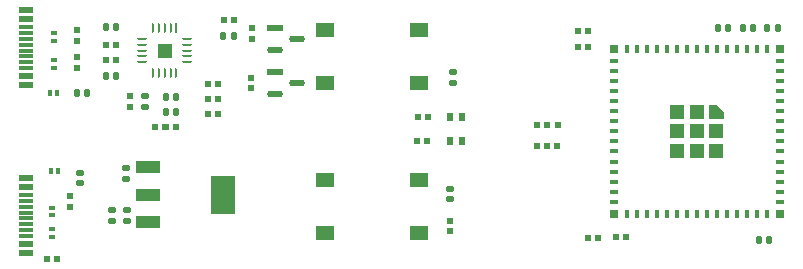
<source format=gtp>
G04*
G04 #@! TF.GenerationSoftware,Altium Limited,Altium Designer,24.8.2 (39)*
G04*
G04 Layer_Color=8421504*
%FSLAX25Y25*%
%MOIN*%
G70*
G04*
G04 #@! TF.SameCoordinates,54D4AE81-F579-4C1F-815F-76D8A96FC484*
G04*
G04*
G04 #@! TF.FilePolarity,Positive*
G04*
G01*
G75*
%ADD15R,0.05105X0.05105*%
G04:AMPARAMS|DCode=16|XSize=23.62mil|YSize=21.26mil|CornerRadius=5.63mil|HoleSize=0mil|Usage=FLASHONLY|Rotation=270.000|XOffset=0mil|YOffset=0mil|HoleType=Round|Shape=RoundedRectangle|*
%AMROUNDEDRECTD16*
21,1,0.02362,0.00999,0,0,270.0*
21,1,0.01235,0.02126,0,0,270.0*
1,1,0.01127,-0.00500,-0.00618*
1,1,0.01127,-0.00500,0.00618*
1,1,0.01127,0.00500,0.00618*
1,1,0.01127,0.00500,-0.00618*
%
%ADD16ROUNDEDRECTD16*%
%ADD17R,0.02362X0.02126*%
G04:AMPARAMS|DCode=18|XSize=23.62mil|YSize=21.26mil|CornerRadius=5.63mil|HoleSize=0mil|Usage=FLASHONLY|Rotation=0.000|XOffset=0mil|YOffset=0mil|HoleType=Round|Shape=RoundedRectangle|*
%AMROUNDEDRECTD18*
21,1,0.02362,0.00999,0,0,0.0*
21,1,0.01235,0.02126,0,0,0.0*
1,1,0.01127,0.00618,-0.00500*
1,1,0.01127,-0.00618,-0.00500*
1,1,0.01127,-0.00618,0.00500*
1,1,0.01127,0.00618,0.00500*
%
%ADD18ROUNDEDRECTD18*%
%ADD19R,0.04528X0.02362*%
%ADD20R,0.01378X0.02362*%
%ADD21R,0.05343X0.02253*%
%ADD22R,0.02126X0.02362*%
G04:AMPARAMS|DCode=23|XSize=9.55mil|YSize=33.06mil|CornerRadius=4.77mil|HoleSize=0mil|Usage=FLASHONLY|Rotation=270.000|XOffset=0mil|YOffset=0mil|HoleType=Round|Shape=RoundedRectangle|*
%AMROUNDEDRECTD23*
21,1,0.00955,0.02351,0,0,270.0*
21,1,0.00000,0.03306,0,0,270.0*
1,1,0.00955,-0.01176,0.00000*
1,1,0.00955,-0.01176,0.00000*
1,1,0.00955,0.01176,0.00000*
1,1,0.00955,0.01176,0.00000*
%
%ADD23ROUNDEDRECTD23*%
%ADD24R,0.01575X0.03150*%
%ADD25R,0.00955X0.03306*%
G04:AMPARAMS|DCode=26|XSize=53.43mil|YSize=22.53mil|CornerRadius=11.26mil|HoleSize=0mil|Usage=FLASHONLY|Rotation=0.000|XOffset=0mil|YOffset=0mil|HoleType=Round|Shape=RoundedRectangle|*
%AMROUNDEDRECTD26*
21,1,0.05343,0.00000,0,0,0.0*
21,1,0.03091,0.02253,0,0,0.0*
1,1,0.02253,0.01545,0.00000*
1,1,0.02253,-0.01545,0.00000*
1,1,0.02253,-0.01545,0.00000*
1,1,0.02253,0.01545,0.00000*
%
%ADD26ROUNDEDRECTD26*%
G04:AMPARAMS|DCode=27|XSize=33.06mil|YSize=9.55mil|CornerRadius=4.77mil|HoleSize=0mil|Usage=FLASHONLY|Rotation=270.000|XOffset=0mil|YOffset=0mil|HoleType=Round|Shape=RoundedRectangle|*
%AMROUNDEDRECTD27*
21,1,0.03306,0.00000,0,0,270.0*
21,1,0.02351,0.00955,0,0,270.0*
1,1,0.00955,0.00000,-0.01176*
1,1,0.00955,0.00000,0.01176*
1,1,0.00955,0.00000,0.01176*
1,1,0.00955,0.00000,-0.01176*
%
%ADD27ROUNDEDRECTD27*%
%ADD28R,0.04528X0.01181*%
%ADD29R,0.02362X0.02756*%
%ADD30R,0.03150X0.01575*%
%ADD31R,0.02362X0.01378*%
%ADD32R,0.06102X0.05118*%
G04:AMPARAMS|DCode=33|XSize=39.37mil|YSize=80.71mil|CornerRadius=1.97mil|HoleSize=0mil|Usage=FLASHONLY|Rotation=90.000|XOffset=0mil|YOffset=0mil|HoleType=Round|Shape=RoundedRectangle|*
%AMROUNDEDRECTD33*
21,1,0.03937,0.07677,0,0,90.0*
21,1,0.03543,0.08071,0,0,90.0*
1,1,0.00394,0.03839,0.01772*
1,1,0.00394,0.03839,-0.01772*
1,1,0.00394,-0.03839,-0.01772*
1,1,0.00394,-0.03839,0.01772*
%
%ADD33ROUNDEDRECTD33*%
%ADD34R,0.03150X0.03150*%
%ADD35R,0.04724X0.04724*%
G04:AMPARAMS|DCode=36|XSize=127.95mil|YSize=80.71mil|CornerRadius=2.02mil|HoleSize=0mil|Usage=FLASHONLY|Rotation=90.000|XOffset=0mil|YOffset=0mil|HoleType=Round|Shape=RoundedRectangle|*
%AMROUNDEDRECTD36*
21,1,0.12795,0.07667,0,0,90.0*
21,1,0.12392,0.08071,0,0,90.0*
1,1,0.00404,0.03834,0.06196*
1,1,0.00404,0.03834,-0.06196*
1,1,0.00404,-0.03834,-0.06196*
1,1,0.00404,-0.03834,0.06196*
%
%ADD36ROUNDEDRECTD36*%
G36*
X252575Y54173D02*
Y58898D01*
X254937D01*
X257299Y56535D01*
Y54173D01*
X252575D01*
D02*
G37*
D15*
X71000Y77000D02*
D03*
D16*
X275293Y84500D02*
D03*
X271907D02*
D03*
X258693D02*
D03*
X255307D02*
D03*
X263807D02*
D03*
X267193D02*
D03*
X45193Y63000D02*
D03*
X41807D02*
D03*
X71307Y56500D02*
D03*
Y61500D02*
D03*
X54793Y84800D02*
D03*
X272493Y13900D02*
D03*
X54693Y68500D02*
D03*
X90607Y81900D02*
D03*
X93993D02*
D03*
X74693Y61500D02*
D03*
Y56500D02*
D03*
X269107Y13900D02*
D03*
X51307Y68500D02*
D03*
X51407Y84800D02*
D03*
D17*
X59500Y58299D02*
D03*
Y61701D02*
D03*
X100000Y84402D02*
D03*
Y81000D02*
D03*
X99900Y64400D02*
D03*
X39500Y28400D02*
D03*
X41700Y71299D02*
D03*
Y83702D02*
D03*
X99900Y67802D02*
D03*
X166000Y20201D02*
D03*
Y16799D02*
D03*
X39500Y24998D02*
D03*
X41700Y74701D02*
D03*
Y80300D02*
D03*
D18*
X53500Y23693D02*
D03*
Y20307D02*
D03*
X42700Y32714D02*
D03*
X64500Y61693D02*
D03*
X166000Y27507D02*
D03*
X167000Y66307D02*
D03*
X58500Y20307D02*
D03*
X58000Y37693D02*
D03*
X42700Y36100D02*
D03*
X58500Y23693D02*
D03*
X166000Y30893D02*
D03*
X64500Y58307D02*
D03*
X58000Y34307D02*
D03*
X167000Y69693D02*
D03*
D19*
X24764Y31457D02*
D03*
Y12559D02*
D03*
Y87441D02*
D03*
Y68543D02*
D03*
Y90591D02*
D03*
Y65394D02*
D03*
Y34606D02*
D03*
Y9409D02*
D03*
D20*
X35579Y36800D02*
D03*
X35280Y63000D02*
D03*
X32721D02*
D03*
X33020Y36800D02*
D03*
D21*
X107758Y84540D02*
D03*
X107715Y69840D02*
D03*
D22*
X85299Y61000D02*
D03*
Y66000D02*
D03*
X215501Y14600D02*
D03*
X224701Y14700D02*
D03*
X221299D02*
D03*
X212099Y14600D02*
D03*
X85299Y56000D02*
D03*
X31799Y7500D02*
D03*
X158701Y55000D02*
D03*
X158402Y47000D02*
D03*
X212101Y78300D02*
D03*
X212201Y83500D02*
D03*
X54701Y79000D02*
D03*
Y74000D02*
D03*
X198400Y45300D02*
D03*
D03*
X198600Y52300D02*
D03*
D03*
X208799Y83500D02*
D03*
X201802Y45300D02*
D03*
X202002Y52300D02*
D03*
X194998Y45300D02*
D03*
X195198Y52300D02*
D03*
X51299Y79000D02*
D03*
Y74000D02*
D03*
X208699Y78300D02*
D03*
X71299Y51500D02*
D03*
X71201D02*
D03*
X67799D02*
D03*
X88701Y66000D02*
D03*
X155000Y47000D02*
D03*
X155299Y55000D02*
D03*
X74701Y51500D02*
D03*
X94102Y87300D02*
D03*
X90700D02*
D03*
X88701Y56000D02*
D03*
Y61000D02*
D03*
X35201Y7500D02*
D03*
D23*
X78541Y73063D02*
D03*
Y75032D02*
D03*
Y78969D02*
D03*
X63459Y77000D02*
D03*
Y75032D02*
D03*
X78541Y77000D02*
D03*
X63459Y73063D02*
D03*
X78541Y80937D02*
D03*
X63459Y78969D02*
D03*
Y80937D02*
D03*
D24*
X251787Y22480D02*
D03*
X255134D02*
D03*
X268520D02*
D03*
X258480D02*
D03*
X248441D02*
D03*
X245094D02*
D03*
X241748D02*
D03*
X238402D02*
D03*
X235055D02*
D03*
X231709D02*
D03*
X228362D02*
D03*
X225016D02*
D03*
Y77598D02*
D03*
X228362D02*
D03*
X231709D02*
D03*
X235055D02*
D03*
X238402D02*
D03*
X241748D02*
D03*
X245094D02*
D03*
X248441D02*
D03*
X251787D02*
D03*
X255134D02*
D03*
X258480D02*
D03*
X261827D02*
D03*
X271866Y22480D02*
D03*
X265173Y77598D02*
D03*
X271866D02*
D03*
X268520D02*
D03*
X261827Y22480D02*
D03*
X265173D02*
D03*
D25*
X74937Y84541D02*
D03*
D26*
X107715Y62360D02*
D03*
X107758Y77060D02*
D03*
X115200Y66100D02*
D03*
X115242Y80800D02*
D03*
D27*
X74937Y69459D02*
D03*
X67063D02*
D03*
X69032D02*
D03*
X72969D02*
D03*
X71000D02*
D03*
X67063Y84541D02*
D03*
X69032D02*
D03*
X71000D02*
D03*
X72969D02*
D03*
D28*
X24764Y15118D02*
D03*
Y26929D02*
D03*
Y71102D02*
D03*
Y82913D02*
D03*
Y19055D02*
D03*
Y22992D02*
D03*
Y21024D02*
D03*
Y24961D02*
D03*
Y78976D02*
D03*
Y75039D02*
D03*
Y80945D02*
D03*
Y77008D02*
D03*
Y84882D02*
D03*
Y73071D02*
D03*
Y28898D02*
D03*
Y17087D02*
D03*
D29*
X166260Y55000D02*
D03*
Y47000D02*
D03*
X170000D02*
D03*
Y55000D02*
D03*
D30*
X220882Y26614D02*
D03*
Y36654D02*
D03*
Y29961D02*
D03*
Y33307D02*
D03*
Y40000D02*
D03*
Y43347D02*
D03*
Y53386D02*
D03*
Y56732D02*
D03*
Y60079D02*
D03*
Y63425D02*
D03*
Y66772D02*
D03*
Y70118D02*
D03*
Y73465D02*
D03*
Y46693D02*
D03*
Y50039D02*
D03*
X276000Y26614D02*
D03*
Y29961D02*
D03*
Y33307D02*
D03*
Y36654D02*
D03*
Y40000D02*
D03*
Y43347D02*
D03*
Y46693D02*
D03*
Y50039D02*
D03*
Y53386D02*
D03*
Y56732D02*
D03*
Y60079D02*
D03*
Y63425D02*
D03*
Y66772D02*
D03*
Y70118D02*
D03*
Y73465D02*
D03*
D31*
X33400Y17500D02*
D03*
X33500Y22100D02*
D03*
X34000Y73779D02*
D03*
Y80221D02*
D03*
Y82780D02*
D03*
Y71220D02*
D03*
X33500Y24659D02*
D03*
X33400Y14941D02*
D03*
D32*
X124350Y16142D02*
D03*
X155650D02*
D03*
X124350Y66142D02*
D03*
X155650D02*
D03*
Y33858D02*
D03*
X124350D02*
D03*
X155650Y83858D02*
D03*
X124350D02*
D03*
D33*
X65500Y19945D02*
D03*
Y38055D02*
D03*
Y29000D02*
D03*
D34*
X276000Y77598D02*
D03*
X220882D02*
D03*
X276000Y22480D02*
D03*
X220882D02*
D03*
D35*
X248441Y50039D02*
D03*
X254937D02*
D03*
Y43543D02*
D03*
X248441D02*
D03*
X241945D02*
D03*
Y50039D02*
D03*
Y56535D02*
D03*
X248441D02*
D03*
D36*
X90500Y29000D02*
D03*
M02*

</source>
